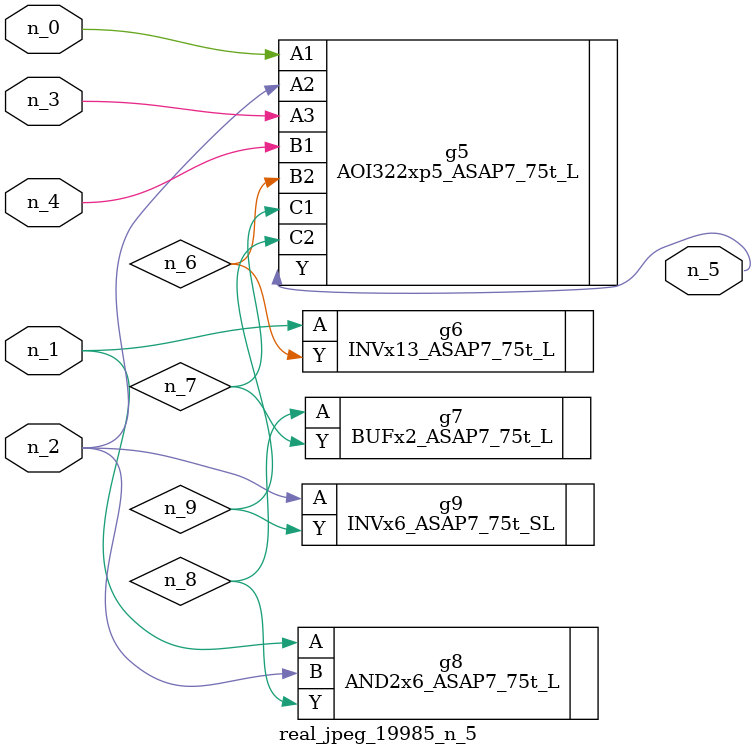
<source format=v>
module real_jpeg_19985_n_5 (n_4, n_0, n_1, n_2, n_3, n_5);

input n_4;
input n_0;
input n_1;
input n_2;
input n_3;

output n_5;

wire n_8;
wire n_6;
wire n_7;
wire n_9;

AOI322xp5_ASAP7_75t_L g5 ( 
.A1(n_0),
.A2(n_2),
.A3(n_3),
.B1(n_4),
.B2(n_6),
.C1(n_7),
.C2(n_9),
.Y(n_5)
);

INVx13_ASAP7_75t_L g6 ( 
.A(n_1),
.Y(n_6)
);

AND2x6_ASAP7_75t_L g8 ( 
.A(n_1),
.B(n_2),
.Y(n_8)
);

INVx6_ASAP7_75t_SL g9 ( 
.A(n_2),
.Y(n_9)
);

BUFx2_ASAP7_75t_L g7 ( 
.A(n_8),
.Y(n_7)
);


endmodule
</source>
